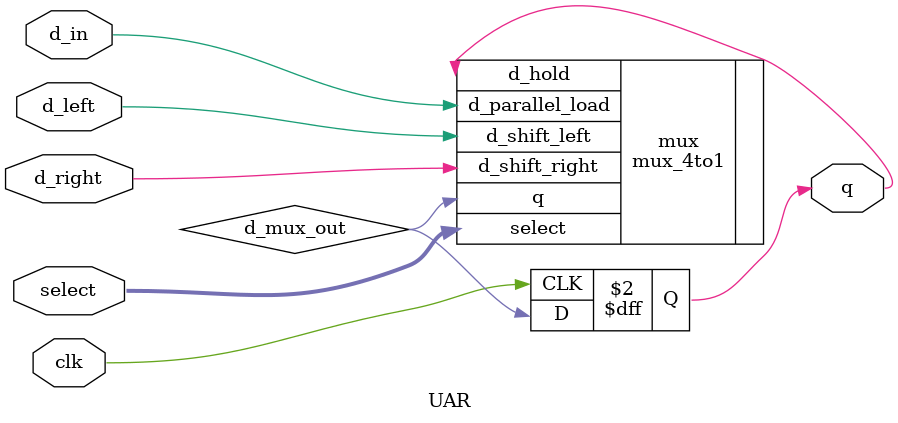
<source format=v>
module UAR(
    input wire d_left,     //Data from the left neighbour
    input wire d_right,    //Data from the right neighbour
    input wire d_in,       // parallel input data
    input wire clk,         // Clock signal
    input wire [1:0] select,    // COntrol signals S1,S0
    output reg q                // Output of the flipflop
);

wire d_mux_out; // Output from the multiplier

//Multiplier instance
mux_4to1 mux(
    .d_hold(q),
    .d_shift_left(d_left),
    .d_shift_right(d_right),
    .d_parallel_load(d_in),
    .select(select),
    .q(d_mux_out)
);

// D-fliflop to store the selected value
always @(posedge clk)begin
  q <= d_mux_out;
end

endmodule

</source>
